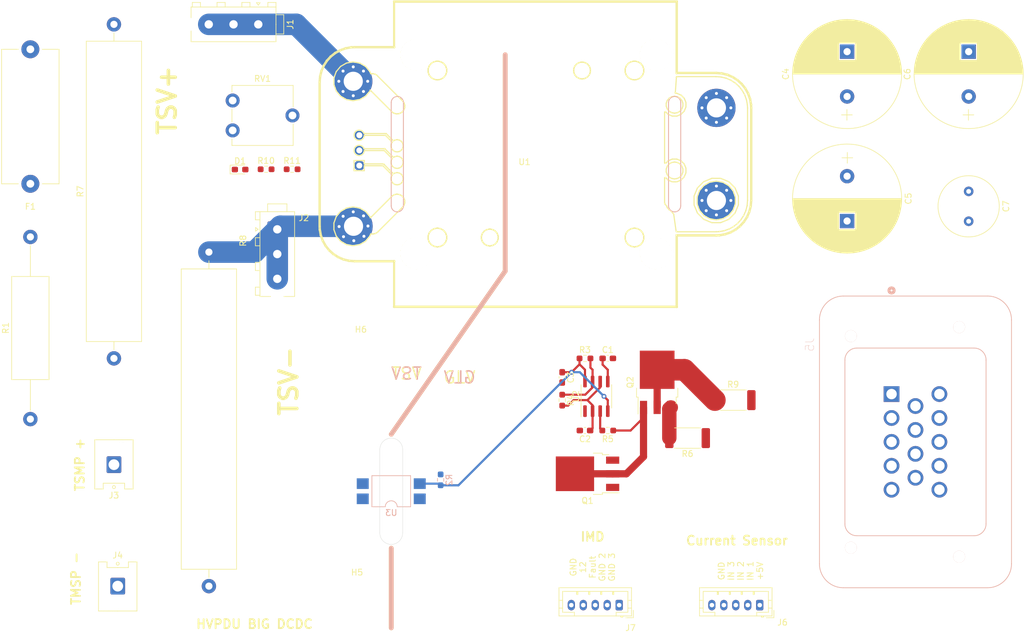
<source format=kicad_pcb>
(kicad_pcb (version 20171130) (host pcbnew "(5.1.9)-1")
  (layers (0 F.Cu signal) (31 B.Cu signal) (34 B.Paste user) (35 F.Paste user) (36 B.SilkS user) (37 F.SilkS user) (38 B.Mask user) (39 F.Mask user) (44 Edge.Cuts user))
  (net 0 "")
  (net 1 GND)
  (net 2 "Net-(C1-Pad1)")
  (net 3 /TSAL_on_HVPDU/pass)
  (net 4 VCC)
  (net 5 /TSV-)
  (net 6 /TSV+)
  (net 7 /+DCDC_OUT)
  (net 8 /TSAL_TSV+)
  (net 9 /TSV+_TSMP)
  (net 10 /TSV-_TSMP)
  (net 11 /GND_Electric)
  (net 12 /GND_Chassis)
  (net 13 GNDREF)
  (net 14 /INPUT2)
  (net 15 /INPUT1)
  (net 16 +5V)
  (net 17 /Fault_IND)
  (net 18 +12V)
  (net 19 "Net-(Q1-Pad2)")
  (net 20 "Net-(Q1-Pad1)")
  (net 21 "Net-(R1-Pad1)")
  (net 22 "Net-(R3-Pad2)")
  (net 23 /TSAL_on_HVPDU/555_OUT)
  (net 24 "Net-(Q2-Pad2)")
  (net 25 "Net-(D1-Pad2)")
  (net 26 "Net-(D1-Pad1)")
  (net 27 /Input3)
  (net 28 /FT)
  (net 29 /TR)
  (module AERO_CUSTOM:Fuseholder_Cylinder-5x20mm_Schurter_0031_8201_Horizontal_Open_3d (layer F.Cu) (at 69.85 46.99 90)
    (fp_text reference F1 (at -3.81 0) (layer F.SilkS))
    (fp_text value 0ADK-2.5A)
    (pad 1 thru_hole circle (at 0 0 90) (size 3 3) (drill 1.3) (layers *.Cu *.Mask) (net 8 /TSAL_TSV+))
    (pad 2 thru_hole circle (at 22.5 0 90) (size 3 3) (drill 1.3) (layers *.Cu *.Mask) (net 6 /TSV+))
    (pad "" np_thru_hole circle (at 11.25 0 90) (size 2.7 2.7) (drill 2.7) (layers *.Cu *.Mask))
  )
  (module AERO_CUSTOM:vicor-socket (layer F.Cu) (at 123.825 29.845)
    (fp_text reference U1 (at 28.63088 13.4921) (layer F.SilkS))
    (fp_text value Vicor_AERO)
    (pad 8 thru_hole circle (at 62.412249 18.232751 315) (size 0.8 0.8) (drill 0.5) (layers *.Cu *.Mask) (net 7 /+DCDC_OUT))
    (pad 8 thru_hole circle (at 63.119 19.939 270) (size 0.8 0.8) (drill 0.5) (layers *.Cu *.Mask) (net 7 /+DCDC_OUT))
    (pad 8 thru_hole circle (at 62.412249 21.645249 225) (size 0.8 0.8) (drill 0.5) (layers *.Cu *.Mask) (net 7 /+DCDC_OUT))
    (pad 8 thru_hole circle (at 60.706 22.352 180) (size 0.8 0.8) (drill 0.5) (layers *.Cu *.Mask) (net 7 /+DCDC_OUT))
    (pad 8 thru_hole circle (at 58.999751 21.645249 135) (size 0.8 0.8) (drill 0.5) (layers *.Cu *.Mask) (net 7 /+DCDC_OUT))
    (pad 8 thru_hole circle (at 58.293 19.939 90) (size 0.8 0.8) (drill 0.5) (layers *.Cu *.Mask) (net 7 /+DCDC_OUT))
    (pad 8 thru_hole circle (at 58.999751 18.232751 45) (size 0.8 0.8) (drill 0.5) (layers *.Cu *.Mask) (net 7 /+DCDC_OUT))
    (pad 8 thru_hole circle (at 60.706 17.526) (size 0.8 0.8) (drill 0.5) (layers *.Cu *.Mask) (net 7 /+DCDC_OUT))
    (pad 9 thru_hole circle (at 62.412249 2.738751 315) (size 0.8 0.8) (drill 0.5) (layers *.Cu *.Mask) (net 1 GND))
    (pad 9 thru_hole circle (at 63.119 4.445 270) (size 0.8 0.8) (drill 0.5) (layers *.Cu *.Mask) (net 1 GND))
    (pad 9 thru_hole circle (at 62.412249 6.151249 225) (size 0.8 0.8) (drill 0.5) (layers *.Cu *.Mask) (net 1 GND))
    (pad 9 thru_hole circle (at 60.706 6.858 180) (size 0.8 0.8) (drill 0.5) (layers *.Cu *.Mask) (net 1 GND))
    (pad 9 thru_hole circle (at 58.999751 6.151249 135) (size 0.8 0.8) (drill 0.5) (layers *.Cu *.Mask) (net 1 GND))
    (pad 9 thru_hole circle (at 58.293 4.445 90) (size 0.8 0.8) (drill 0.5) (layers *.Cu *.Mask) (net 1 GND))
    (pad 9 thru_hole circle (at 58.999751 2.738751 45) (size 0.8 0.8) (drill 0.5) (layers *.Cu *.Mask) (net 1 GND))
    (pad 9 thru_hole circle (at 60.706 2.032) (size 0.8 0.8) (drill 0.5) (layers *.Cu *.Mask) (net 1 GND))
    (pad 5 thru_hole circle (at 1.71964 22.518422 315) (size 0.8 0.8) (drill 0.5) (layers *.Cu *.Mask) (net 5 /TSV-))
    (pad 5 thru_hole circle (at 2.45872 24.21128 270) (size 0.8 0.8) (drill 0.5) (layers *.Cu *.Mask) (net 5 /TSV-))
    (pad 5 thru_hole circle (at 1.784298 25.93092 225) (size 0.8 0.8) (drill 0.5) (layers *.Cu *.Mask) (net 5 /TSV-))
    (pad 5 thru_hole circle (at 0.09144 26.67 180) (size 0.8 0.8) (drill 0.5) (layers *.Cu *.Mask) (net 5 /TSV-))
    (pad 5 thru_hole circle (at -1.6282 25.995578 135) (size 0.8 0.8) (drill 0.5) (layers *.Cu *.Mask) (net 5 /TSV-))
    (pad 5 thru_hole circle (at -2.36728 24.30272 90) (size 0.8 0.8) (drill 0.5) (layers *.Cu *.Mask) (net 5 /TSV-))
    (pad 5 thru_hole circle (at -1.692858 22.58308 45) (size 0.8 0.8) (drill 0.5) (layers *.Cu *.Mask) (net 5 /TSV-))
    (pad 5 thru_hole circle (at 0 21.844) (size 0.8 0.8) (drill 0.5) (layers *.Cu *.Mask) (net 5 /TSV-))
    (pad 1 thru_hole circle (at 1.706249 -1.706249 315) (size 0.8 0.8) (drill 0.5) (layers *.Cu *.Mask) (net 6 /TSV+))
    (pad 1 thru_hole circle (at 2.413 0 270) (size 0.8 0.8) (drill 0.5) (layers *.Cu *.Mask) (net 6 /TSV+))
    (pad 1 thru_hole circle (at 1.706249 1.706249 225) (size 0.8 0.8) (drill 0.5) (layers *.Cu *.Mask) (net 6 /TSV+))
    (pad 1 thru_hole circle (at 0 2.413 180) (size 0.8 0.8) (drill 0.5) (layers *.Cu *.Mask) (net 6 /TSV+))
    (pad 1 thru_hole circle (at -1.706249 1.706249 135) (size 0.8 0.8) (drill 0.5) (layers *.Cu *.Mask) (net 6 /TSV+))
    (pad 1 thru_hole circle (at -2.413 0 90) (size 0.8 0.8) (drill 0.5) (layers *.Cu *.Mask) (net 6 /TSV+))
    (pad 1 thru_hole circle (at -1.706249 -1.706249 45) (size 0.8 0.8) (drill 0.5) (layers *.Cu *.Mask) (net 6 /TSV+))
    (pad 1 thru_hole circle (at 0 -2.413) (size 0.8 0.8) (drill 0.5) (layers *.Cu *.Mask) (net 6 /TSV+))
    (pad "" np_thru_hole circle (at 50.551 -4.434999) (size 5.334 5.334) (drill 5.334) (layers *.Cu *.Mask))
    (pad "" np_thru_hole circle (at 50.551 28.765001) (size 5.334 5.334) (drill 5.334) (layers *.Cu *.Mask))
    (pad "" np_thru_hole circle (at 10.551 28.765001) (size 5.334 5.334) (drill 5.334) (layers *.Cu *.Mask))
    (pad "" np_thru_hole circle (at 10.551 -4.434999) (size 5.334 5.334) (drill 5.334) (layers *.Cu *.Mask))
    (pad 4 thru_hole circle (at 1.016 14.097) (size 1.699848 1.699848) (drill 1) (layers *.Cu *.Mask) (net 28 /FT))
    (pad 3 thru_hole circle (at 1.016 11.557) (size 1.699848 1.699848) (drill 1) (layers *.Cu *.Mask))
    (pad 2 thru_hole circle (at 1.016 9.017) (size 1.699848 1.699848) (drill 1) (layers *.Cu *.Mask) (net 29 /TR))
    (pad 9 thru_hole circle (at 60.706 4.445) (size 6.4 6.4) (drill 3.2) (layers *.Cu *.Mask) (net 1 GND))
    (pad 8 thru_hole circle (at 60.706 19.939) (size 6.4 6.4) (drill 3.2) (layers *.Cu *.Mask) (net 7 /+DCDC_OUT))
    (pad 5 thru_hole circle (at 0.04572 24.257) (size 6.4 6.4) (drill 3.2) (layers *.Cu *.Mask) (net 5 /TSV-))
    (pad 1 thru_hole circle (at 0 0) (size 6.4 6.4) (drill 3.2) (layers *.Cu *.Mask) (net 6 /TSV+))
  )
  (module Potentiometer_THT:Potentiometer_ACP_CA9-V10_Vertical (layer F.Cu) (at 103.665 38.06)
    (fp_text reference RV1 (at 5 -8.65) (layer F.SilkS))
    (fp_text value R_POT_TRIM)
    (pad 1 thru_hole circle (at 0 0) (size 2.34 2.34) (drill 1.3) (layers *.Cu *.Mask) (net 18 +12V))
    (pad 2 thru_hole circle (at 10 -2.5) (size 2.34 2.34) (drill 1.3) (layers *.Cu *.Mask) (net 29 /TR))
    (pad 3 thru_hole circle (at 0 -5) (size 2.34 2.34) (drill 1.3) (layers *.Cu *.Mask))
  )
  (module Resistor_SMD:R_0603_1608Metric_Pad0.98x0.95mm_HandSolder (layer F.Cu) (at 113.605 44.565)
    (fp_text reference R11 (at 0 -1.43) (layer F.SilkS))
    (fp_text value R)
    (pad 2 smd roundrect (at 0.9125 0) (size 0.975 0.95) (layers F.Cu F.Paste F.Mask) (net 28 /FT))
    (pad 1 smd roundrect (at -0.9125 0) (size 0.975 0.95) (layers F.Cu F.Paste F.Mask) (net 25 "Net-(D1-Pad2)"))
  )
  (module Resistor_SMD:R_0603_1608Metric_Pad0.98x0.95mm_HandSolder (layer F.Cu) (at 109.255 44.565)
    (fp_text reference R10 (at 0 -1.43) (layer F.SilkS))
    (fp_text value R)
    (pad 2 smd roundrect (at 0.9125 0) (size 0.975 0.95) (layers F.Cu F.Paste F.Mask) (net 25 "Net-(D1-Pad2)"))
    (pad 1 smd roundrect (at -0.9125 0) (size 0.975 0.95) (layers F.Cu F.Paste F.Mask) (net 26 "Net-(D1-Pad1)"))
  )
  (module LED_SMD:LED_0603_1608Metric_Pad1.05x0.95mm_HandSolder (layer F.Cu) (at 104.91 44.605)
    (fp_text reference D1 (at 0 -1.43) (layer F.SilkS))
    (fp_text value LED)
    (pad 2 smd roundrect (at 0.875 0) (size 1.05 0.95) (layers F.Cu F.Paste F.Mask) (net 25 "Net-(D1-Pad2)"))
    (pad 1 smd roundrect (at -0.875 0) (size 1.05 0.95) (layers F.Cu F.Paste F.Mask) (net 26 "Net-(D1-Pad1)"))
  )
  (module Capacitor_THT:C_Radial_D10.0mm_H12.5mm_P5.00mm (layer F.Cu) (at 226.695 48.26 270)
    (fp_text reference C7 (at 2.5 -6.25 90) (layer F.SilkS))
    (fp_text value "0.1uF 50v")
    (pad 2 thru_hole circle (at 5 0 270) (size 1.6 1.6) (drill 0.8) (layers *.Cu *.Mask) (net 1 GND))
    (pad 1 thru_hole circle (at 0 0 270) (size 1.6 1.6) (drill 0.8) (layers *.Cu *.Mask) (net 7 /+DCDC_OUT))
  )
  (module AERO_CUSTOM:CAP_18x25_NICH (layer F.Cu) (at 226.695 32.385 90)
    (fp_text reference C6 (at 3.75 -10.25 90) (layer F.SilkS))
    (fp_text value "47uF 25V")
    (pad 2 thru_hole rect (at 7.5 0 90) (size 2.4 2.4) (drill 1.2) (layers *.Cu *.Mask) (net 1 GND))
    (pad 1 thru_hole circle (at 0 0 90) (size 2.4 2.4) (drill 1.2) (layers *.Cu *.Mask) (net 7 /+DCDC_OUT))
  )
  (module AERO_CUSTOM:CAP_18x25_NICH (layer F.Cu) (at 206.375 45.72 270)
    (fp_text reference C5 (at 3.75 -10.25 90) (layer F.SilkS))
    (fp_text value "330uF 25V")
    (pad 2 thru_hole rect (at 7.5 0 270) (size 2.4 2.4) (drill 1.2) (layers *.Cu *.Mask) (net 1 GND))
    (pad 1 thru_hole circle (at 0 0 270) (size 2.4 2.4) (drill 1.2) (layers *.Cu *.Mask) (net 7 /+DCDC_OUT))
  )
  (module AERO_CUSTOM:CAP_18x25_NICH (layer F.Cu) (at 206.375 32.385 90)
    (fp_text reference C4 (at 3.75 -10.25 90) (layer F.SilkS))
    (fp_text value "330uF 25V")
    (pad 2 thru_hole rect (at 7.5 0 90) (size 2.4 2.4) (drill 1.2) (layers *.Cu *.Mask) (net 1 GND))
    (pad 1 thru_hole circle (at 0 0 90) (size 2.4 2.4) (drill 1.2) (layers *.Cu *.Mask) (net 7 /+DCDC_OUT))
  )
  (module Resistor_SMD:R_2512_6332Metric_Pad1.40x3.35mm_HandSolder (layer F.Cu) (at 187.325 83.185)
    (fp_text reference R9 (at 0 -2.62) (layer F.SilkS))
    (fp_text value 1.0)
    (pad 2 smd roundrect (at 3.05 0) (size 1.4 3.35) (layers F.Cu F.Paste F.Mask) (roundrect_rratio 0.178571))
    (pad 1 smd roundrect (at -3.05 0) (size 1.4 3.35) (layers F.Cu F.Paste F.Mask) (roundrect_rratio 0.178571) (net 24 "Net-(Q2-Pad2)"))
  )
  (module AERO_CUSTOM:TE_1-776262-1_14pin_Vertical (layer B.Cu) (at 217.805 90.17 270)
    (fp_text reference J5 (at -16.2708 17.6691 90) (layer B.SilkS) (effects (font (size 1.40128 1.40128) (thickness 0.05)) (justify mirror)))
    (fp_text value Conn_01x14 hide)
    (pad Hole np_thru_hole circle (at 19.2 -7.3 270) (size 2 2) (drill 2) (layers *.Cu *.Mask B.SilkS))
    (pad Hole np_thru_hole circle (at -19.2 -7.3 270) (size 2 2) (drill 2) (layers *.Cu *.Mask B.SilkS))
    (pad Hole np_thru_hole circle (at 17.7 10.8 270) (size 2 2) (drill 2) (layers *.Cu *.Mask B.SilkS))
    (pad Hole np_thru_hole circle (at -17.7 10.8 270) (size 2 2) (drill 2) (layers *.Cu *.Mask B.SilkS))
    (pad 14 thru_hole circle (at 8 -4 270) (size 2.625 2.625) (drill 1.75) (layers *.Cu *.Mask) (net 1 GND))
    (pad 13 thru_hole circle (at 4 -4 270) (size 2.625 2.625) (drill 1.75) (layers *.Cu *.Mask) (net 1 GND))
    (pad 12 thru_hole circle (at 0 -4 270) (size 2.625 2.625) (drill 1.75) (layers *.Cu *.Mask) (net 11 /GND_Electric))
    (pad 11 thru_hole circle (at -4 -4 270) (size 2.625 2.625) (drill 1.75) (layers *.Cu *.Mask) (net 12 /GND_Chassis))
    (pad 10 thru_hole circle (at -8 -4 270) (size 2.625 2.625) (drill 1.75) (layers *.Cu *.Mask) (net 7 /+DCDC_OUT))
    (pad 9 thru_hole circle (at 6 0 270) (size 2.625 2.625) (drill 1.75) (layers *.Cu *.Mask) (net 7 /+DCDC_OUT))
    (pad 8 thru_hole circle (at 2 0 270) (size 2.625 2.625) (drill 1.75) (layers *.Cu *.Mask) (net 13 GNDREF))
    (pad 7 thru_hole circle (at -2 0 270) (size 2.625 2.625) (drill 1.75) (layers *.Cu *.Mask) (net 27 /Input3))
    (pad 6 thru_hole circle (at -6 0 270) (size 2.625 2.625) (drill 1.75) (layers *.Cu *.Mask) (net 14 /INPUT2))
    (pad 5 thru_hole circle (at 8 4 270) (size 2.625 2.625) (drill 1.75) (layers *.Cu *.Mask) (net 15 /INPUT1))
    (pad 4 thru_hole circle (at 4 4 270) (size 2.625 2.625) (drill 1.75) (layers *.Cu *.Mask) (net 16 +5V))
    (pad 3 thru_hole circle (at 0 4 270) (size 2.625 2.625) (drill 1.75) (layers *.Cu *.Mask) (net 17 /Fault_IND))
    (pad 2 thru_hole circle (at -4 4 270) (size 2.625 2.625) (drill 1.75) (layers *.Cu *.Mask) (net 18 +12V))
    (pad 1 thru_hole rect (at -8 4 270) (size 2.625 2.625) (drill 1.75) (layers *.Cu *.Mask) (net 18 +12V))
  )
  (module Package_DIP:SMDIP-4_W9.53mm (layer B.Cu) (at 130.175 98.425)
    (fp_text reference U3 (at 0 3.6) (layer B.SilkS) (effects (justify mirror)))
    (fp_text value LTV-817S)
    (pad 4 smd rect (at 4.765 1.27) (size 2 1.78) (layers B.Cu B.Paste B.Mask) (net 7 /+DCDC_OUT))
    (pad 2 smd rect (at -4.765 -1.27) (size 2 1.78) (layers B.Cu B.Paste B.Mask) (net 5 /TSV-))
    (pad 3 smd rect (at 4.765 -1.27) (size 2 1.78) (layers B.Cu B.Paste B.Mask) (net 4 VCC))
    (pad 1 smd rect (at -4.765 1.27) (size 2 1.78) (layers B.Cu B.Paste B.Mask) (net 21 "Net-(R1-Pad1)"))
  )
  (module Package_SO:SOIC-8_3.9x4.9mm_P1.27mm (layer F.Cu) (at 164.465 82.55 90)
    (fp_text reference U2 (at 0 -3.4 90) (layer F.SilkS))
    (fp_text value LM555)
    (pad 8 smd roundrect (at 2.475 -1.905 90) (size 1.95 0.6) (layers F.Cu F.Paste F.Mask) (net 4 VCC))
    (pad 7 smd roundrect (at 2.475 -0.635 90) (size 1.95 0.6) (layers F.Cu F.Paste F.Mask) (net 22 "Net-(R3-Pad2)"))
    (pad 6 smd roundrect (at 2.475 0.635 90) (size 1.95 0.6) (layers F.Cu F.Paste F.Mask) (net 3 /TSAL_on_HVPDU/pass))
    (pad 5 smd roundrect (at 2.475 1.905 90) (size 1.95 0.6) (layers F.Cu F.Paste F.Mask) (net 2 "Net-(C1-Pad1)"))
    (pad 4 smd roundrect (at -2.475 1.905 90) (size 1.95 0.6) (layers F.Cu F.Paste F.Mask) (net 4 VCC))
    (pad 3 smd roundrect (at -2.475 0.635 90) (size 1.95 0.6) (layers F.Cu F.Paste F.Mask) (net 23 /TSAL_on_HVPDU/555_OUT))
    (pad 2 smd roundrect (at -2.475 -0.635 90) (size 1.95 0.6) (layers F.Cu F.Paste F.Mask) (net 3 /TSAL_on_HVPDU/pass))
    (pad 1 smd roundrect (at -2.475 -1.905 90) (size 1.95 0.6) (layers F.Cu F.Paste F.Mask) (net 1 GND))
  )
  (module Resistor_THT:R_Axial_Power_L50.0mm_W9.0mm_P55.88mm (layer F.Cu) (at 99.695 114.3 90)
    (fp_text reference R8 (at 57.785 5.715 90) (layer F.SilkS))
    (fp_text value 10k)
    (pad 2 thru_hole oval (at 55.88 0 90) (size 2.4 2.4) (drill 1.2) (layers *.Cu *.Mask) (net 5 /TSV-))
    (pad 1 thru_hole circle (at 0 0 90) (size 2.4 2.4) (drill 1.2) (layers *.Cu *.Mask) (net 10 /TSV-_TSMP))
  )
  (module Resistor_THT:R_Axial_Power_L50.0mm_W9.0mm_P55.88mm (layer F.Cu) (at 83.82 76.2 90)
    (fp_text reference R7 (at 27.94 -5.62 90) (layer F.SilkS))
    (fp_text value 10k)
    (pad 2 thru_hole oval (at 55.88 0 90) (size 2.4 2.4) (drill 1.2) (layers *.Cu *.Mask) (net 6 /TSV+))
    (pad 1 thru_hole circle (at 0 0 90) (size 2.4 2.4) (drill 1.2) (layers *.Cu *.Mask) (net 9 /TSV+_TSMP))
  )
  (module Resistor_SMD:R_2512_6332Metric_Pad1.40x3.35mm_HandSolder (layer F.Cu) (at 179.705 89.535 180)
    (fp_text reference R6 (at 0 -2.62) (layer F.SilkS))
    (fp_text value 0.75)
    (pad 2 smd roundrect (at 3.05 0 180) (size 1.4 3.35) (layers F.Cu F.Paste F.Mask) (roundrect_rratio 0.178571) (net 20 "Net-(Q1-Pad1)"))
    (pad 1 smd roundrect (at -3.05 0 180) (size 1.4 3.35) (layers F.Cu F.Paste F.Mask) (roundrect_rratio 0.178571) (net 1 GND))
  )
  (module Resistor_SMD:R_0603_1608Metric_Pad0.98x0.95mm_HandSolder (layer F.Cu) (at 166.37 88.265 180)
    (fp_text reference R5 (at 0 -1.43) (layer F.SilkS))
    (fp_text value 10k)
    (pad 2 smd roundrect (at 0.9125 0 180) (size 0.975 0.95) (layers F.Cu F.Paste F.Mask) (net 23 /TSAL_on_HVPDU/555_OUT))
    (pad 1 smd roundrect (at -0.9125 0 180) (size 0.975 0.95) (layers F.Cu F.Paste F.Mask) (net 19 "Net-(Q1-Pad2)"))
  )
  (module Resistor_SMD:R_0603_1608Metric_Pad0.98x0.95mm_HandSolder (layer F.Cu) (at 158.75 83.185 270)
    (fp_text reference R4 (at 0 -1.43 90) (layer F.SilkS))
    (fp_text value 235k)
    (pad 2 smd roundrect (at 0.9125 0 270) (size 0.975 0.95) (layers F.Cu F.Paste F.Mask) (net 3 /TSAL_on_HVPDU/pass))
    (pad 1 smd roundrect (at -0.9125 0 270) (size 0.975 0.95) (layers F.Cu F.Paste F.Mask) (net 22 "Net-(R3-Pad2)"))
  )
  (module Resistor_SMD:R_0603_1608Metric_Pad0.98x0.95mm_HandSolder (layer F.Cu) (at 162.56 76.2)
    (fp_text reference R3 (at 0 -1.43) (layer F.SilkS))
    (fp_text value 100k)
    (pad 2 smd roundrect (at 0.9125 0) (size 0.975 0.95) (layers F.Cu F.Paste F.Mask) (net 22 "Net-(R3-Pad2)"))
    (pad 1 smd roundrect (at -0.9125 0) (size 0.975 0.95) (layers F.Cu F.Paste F.Mask) (net 4 VCC))
  )
  (module Resistor_SMD:R_0603_1608Metric_Pad0.98x0.95mm_HandSolder (layer B.Cu) (at 138.43 96.52 90)
    (fp_text reference R2 (at 0 1.43 90) (layer B.SilkS) (effects (justify mirror)))
    (fp_text value 10k)
    (pad 2 smd roundrect (at 0.9125 0 90) (size 0.975 0.95) (layers B.Cu B.Paste B.Mask) (net 1 GND))
    (pad 1 smd roundrect (at -0.9125 0 90) (size 0.975 0.95) (layers B.Cu B.Paste B.Mask) (net 4 VCC))
  )
  (module Resistor_THT:R_Axial_DIN0617_L17.0mm_D6.0mm_P30.48mm_Horizontal (layer F.Cu) (at 69.85 86.36 90)
    (fp_text reference R1 (at 15.24 -4.12 90) (layer F.SilkS))
    (fp_text value 39k)
    (pad 2 thru_hole oval (at 30.48 0 90) (size 2.4 2.4) (drill 1.2) (layers *.Cu *.Mask) (net 8 /TSAL_TSV+))
    (pad 1 thru_hole circle (at 0 0 90) (size 2.4 2.4) (drill 1.2) (layers *.Cu *.Mask) (net 21 "Net-(R1-Pad1)"))
  )
  (module Package_TO_SOT_SMD:TO-252-3_TabPin2 (layer F.Cu) (at 174.625 80.205 90)
    (fp_text reference Q2 (at 0 -4.5 90) (layer F.SilkS))
    (fp_text value 040N03LG)
    (pad 2 smd rect (at 2.1 0 90) (size 6.4 5.8) (layers F.Cu F.Mask) (net 24 "Net-(Q2-Pad2)"))
    (pad 3 smd rect (at -4.2 2.28 90) (size 2.2 1.2) (layers F.Cu F.Paste F.Mask) (net 20 "Net-(Q1-Pad1)"))
    (pad 2 smd rect (at -4.2 0 90) (size 2.2 1.2) (layers F.Cu F.Paste F.Mask) (net 24 "Net-(Q2-Pad2)"))
    (pad 1 smd rect (at -4.2 -2.28 90) (size 2.2 1.2) (layers F.Cu F.Paste F.Mask) (net 19 "Net-(Q1-Pad2)"))
  )
  (module Package_TO_SOT_SMD:TO-252-3_TabPin2 (layer F.Cu) (at 162.985 95.505 180)
    (fp_text reference Q1 (at 0 -4.5) (layer F.SilkS))
    (fp_text value 040N03LG)
    (pad 2 smd rect (at 2.1 0 180) (size 6.4 5.8) (layers F.Cu F.Mask) (net 19 "Net-(Q1-Pad2)"))
    (pad 3 smd rect (at -4.2 2.28 180) (size 2.2 1.2) (layers F.Cu F.Paste F.Mask) (net 1 GND))
    (pad 2 smd rect (at -4.2 0 180) (size 2.2 1.2) (layers F.Cu F.Paste F.Mask) (net 19 "Net-(Q1-Pad2)"))
    (pad 1 smd rect (at -4.2 -2.28 180) (size 2.2 1.2) (layers F.Cu F.Paste F.Mask) (net 20 "Net-(Q1-Pad1)"))
  )
  (module Connector_JST:JST_PH_B5B-PH-K_1x05_P2.00mm_Vertical (layer F.Cu) (at 168.275 117.475 180)
    (fp_text reference J7 (at -1.905 -3.81) (layer F.SilkS))
    (fp_text value Conn_01x05)
    (pad 5 thru_hole oval (at 8 0 180) (size 1.2 1.75) (drill 0.75) (layers *.Cu *.Mask) (net 17 /Fault_IND))
    (pad 4 thru_hole oval (at 6 0 180) (size 1.2 1.75) (drill 0.75) (layers *.Cu *.Mask) (net 12 /GND_Chassis))
    (pad 3 thru_hole oval (at 4 0 180) (size 1.2 1.75) (drill 0.75) (layers *.Cu *.Mask) (net 1 GND))
    (pad 2 thru_hole oval (at 2 0 180) (size 1.2 1.75) (drill 0.75) (layers *.Cu *.Mask) (net 18 +12V))
    (pad 1 thru_hole roundrect (at 0 0 180) (size 1.2 1.75) (drill 0.75) (layers *.Cu *.Mask) (roundrect_rratio 0.208333) (net 11 /GND_Electric))
  )
  (module Connector_JST:JST_PH_B5B-PH-K_1x05_P2.00mm_Vertical (layer F.Cu) (at 191.77 117.475 180)
    (fp_text reference J6 (at -3.81 -2.9) (layer F.SilkS))
    (fp_text value Conn_01x05)
    (pad 5 thru_hole oval (at 8 0 180) (size 1.2 1.75) (drill 0.75) (layers *.Cu *.Mask) (net 13 GNDREF))
    (pad 4 thru_hole oval (at 6 0 180) (size 1.2 1.75) (drill 0.75) (layers *.Cu *.Mask) (net 27 /Input3))
    (pad 3 thru_hole oval (at 4 0 180) (size 1.2 1.75) (drill 0.75) (layers *.Cu *.Mask) (net 14 /INPUT2))
    (pad 2 thru_hole oval (at 2 0 180) (size 1.2 1.75) (drill 0.75) (layers *.Cu *.Mask) (net 15 /INPUT1))
    (pad 1 thru_hole roundrect (at 0 0 180) (size 1.2 1.75) (drill 0.75) (layers *.Cu *.Mask) (roundrect_rratio 0.208333) (net 16 +5V))
  )
  (module Connector_Hirose:Hirose_DF63M-1P-3.96DSA_1x01_P3.96mm_Vertical (layer F.Cu) (at 84.455 114.3)
    (fp_text reference J4 (at 0 -5.15) (layer F.SilkS))
    (fp_text value DF22)
    (pad "" np_thru_hole circle (at -1.5 3.25) (size 1.6 1.6) (drill 1.6) (layers *.Cu *.Mask))
    (pad 1 thru_hole roundrect (at 0 0) (size 2.46 2.8) (drill 1.8) (layers *.Cu *.Mask) (roundrect_rratio 0.101626) (net 10 /TSV-_TSMP))
  )
  (module Connector_Hirose:Hirose_DF63M-1P-3.96DSA_1x01_P3.96mm_Vertical (layer F.Cu) (at 83.82 93.98 180)
    (fp_text reference J3 (at 0 -5.15) (layer F.SilkS))
    (fp_text value DF22)
    (pad "" np_thru_hole circle (at -1.5 3.25 180) (size 1.6 1.6) (drill 1.6) (layers *.Cu *.Mask))
    (pad 1 thru_hole roundrect (at 0 0 180) (size 2.46 2.8) (drill 1.8) (layers *.Cu *.Mask) (roundrect_rratio 0.101626) (net 9 /TSV+_TSMP))
  )
  (module Connector_TE-Connectivity:TE_MATE-N-LOK_1-770870-x_1x03_P4.14mm_Vertical (layer F.Cu) (at 111.125 54.61)
    (fp_text reference J2 (at 4.445 -1.905) (layer F.SilkS))
    (fp_text value TE_Connector)
    (pad "" np_thru_hole circle (at 0 12.72) (size 3.18 3.18) (drill 3.18) (layers *.Cu *.Mask))
    (pad 3 thru_hole oval (at 0 8.28) (size 3.3 2.64) (drill 1.4) (layers *.Cu *.Mask) (net 5 /TSV-))
    (pad 2 thru_hole oval (at 0 4.14) (size 3.3 2.64) (drill 1.4) (layers *.Cu *.Mask) (net 5 /TSV-))
    (pad 1 thru_hole roundrect (at 0 0) (size 3.3 2.64) (drill 1.4) (layers *.Cu *.Mask) (roundrect_rratio 0.094697) (net 5 /TSV-))
  )
  (module Connector_TE-Connectivity:TE_MATE-N-LOK_1-770870-x_1x03_P4.14mm_Vertical (layer F.Cu) (at 107.95 20.32 270)
    (fp_text reference J1 (at 0 -5.34 90) (layer F.SilkS))
    (fp_text value TE_Connector)
    (pad "" np_thru_hole circle (at 0 12.72 270) (size 3.18 3.18) (drill 3.18) (layers *.Cu *.Mask))
    (pad 3 thru_hole oval (at 0 8.28 270) (size 3.3 2.64) (drill 1.4) (layers *.Cu *.Mask) (net 6 /TSV+))
    (pad 2 thru_hole oval (at 0 4.14 270) (size 3.3 2.64) (drill 1.4) (layers *.Cu *.Mask) (net 6 /TSV+))
    (pad 1 thru_hole roundrect (at 0 0 270) (size 3.3 2.64) (drill 1.4) (layers *.Cu *.Mask) (roundrect_rratio 0.094697) (net 6 /TSV+))
  )
  (module MountingHole:MountingHole_3.2mm_M3 (layer F.Cu) (at 125.095 75.565)
    (fp_text reference H6 (at 0 -4.2) (layer F.SilkS))
    (fp_text value M3)
    (pad 1 np_thru_hole circle (at 0 0) (size 3.2 3.2) (drill 3.2) (layers *.Cu *.Mask))
  )
  (module MountingHole:MountingHole_3.2mm_M3 (layer F.Cu) (at 124.46 116.205)
    (fp_text reference H5 (at 0 -4.2) (layer F.SilkS))
    (fp_text value M3)
    (pad 1 np_thru_hole circle (at 0 0) (size 3.2 3.2) (drill 3.2) (layers *.Cu *.Mask))
  )
  (module Capacitor_SMD:C_0603_1608Metric_Pad1.08x0.95mm_HandSolder (layer F.Cu) (at 158.75 79.375 270)
    (fp_text reference C3 (at 0 -1.43 90) (layer F.SilkS))
    (fp_text value 0.1u)
    (pad 2 smd roundrect (at 0.8625 0 270) (size 1.075 0.95) (layers F.Cu F.Paste F.Mask) (net 1 GND))
    (pad 1 smd roundrect (at -0.8625 0 270) (size 1.075 0.95) (layers F.Cu F.Paste F.Mask) (net 4 VCC))
  )
  (module Capacitor_SMD:C_0603_1608Metric_Pad1.08x0.95mm_HandSolder (layer F.Cu) (at 162.56 88.265 180)
    (fp_text reference C2 (at 0 -1.43) (layer F.SilkS))
    (fp_text value 1u)
    (pad 2 smd roundrect (at 0.8625 0 180) (size 1.075 0.95) (layers F.Cu F.Paste F.Mask) (net 1 GND))
    (pad 1 smd roundrect (at -0.8625 0 180) (size 1.075 0.95) (layers F.Cu F.Paste F.Mask) (net 3 /TSAL_on_HVPDU/pass))
  )
  (module Capacitor_SMD:C_0603_1608Metric_Pad1.08x0.95mm_HandSolder (layer F.Cu) (at 166.37 76.2)
    (fp_text reference C1 (at 0 -1.43) (layer F.SilkS))
    (fp_text value 0.1u)
    (pad 2 smd roundrect (at 0.8625 0) (size 1.075 0.95) (layers F.Cu F.Paste F.Mask) (net 1 GND))
    (pad 1 smd roundrect (at -0.8625 0) (size 1.075 0.95) (layers F.Cu F.Paste F.Mask) (net 2 "Net-(C1-Pad1)"))
  )
  (gr_text "GND\nIN 3\nIN 2\nIN 1\n+5V" (at 188.595 111.76 90) (layer F.SilkS) (effects (font (size 1 1))))
  (gr_text "GND\n12\nFault\nGND 2\nGND 3" (at 163.83 111.125 90) (layer F.SilkS) (effects (font (size 1 1))))
  (gr_text "Current Sensor" (at 187.96 106.68) (layer F.SilkS) (effects (font (size 1.5 1.5) (thickness 0.3))))
  (gr_text IMD (at 163.83 106.045) (layer F.SilkS) (effects (font (size 1.5 1.5) (thickness 0.3))))
  (gr_text "TMSP -" (at 77.47 113.03 90) (layer F.SilkS) (effects (font (size 1.5 1.5) (thickness 0.3))))
  (gr_text "TSMP +" (at 78.105 93.98 90) (layer F.SilkS) (effects (font (size 1.5 1.5) (thickness 0.3))))
  (gr_text "HVPDU BIG DCDC" (at 107.315 120.65) (layer F.SilkS) (effects (font (size 1.5 1.5) (thickness 0.3))))
  (gr_line (start 130.175 107.95) (end 130.175 121.285) (layer B.SilkS) (width 0.8))
  (gr_line (start 149.225 25.4) (end 149.225 61.595) (layer B.SilkS) (width 0.8))
  (gr_line (start 130.175 88.9) (end 149.225 61.595) (layer B.SilkS) (width 0.8))
  (gr_text GLV (at 141.605 79.375) (layer B.SilkS) (effects (font (size 2 2) (thickness 0.25)) (justify mirror)))
  (gr_text TSV (at 132.715 78.74) (layer B.SilkS) (effects (font (size 2 2) (thickness 0.25)) (justify mirror)))
  (gr_text GLV (at 141.605 79.375) (layer F.SilkS) (effects (font (size 2 2) (thickness 0.25))))
  (gr_text TSV (at 132.715 78.74) (layer F.SilkS) (effects (font (size 2 2) (thickness 0.25))))
  (gr_line (start 149.225 61.595) (end 149.225 25.4) (layer F.SilkS) (width 0.8))
  (gr_line (start 130.175 88.9) (end 149.225 61.595) (layer F.SilkS) (width 0.8))
  (gr_line (start 130.175 121.285) (end 130.175 107.95) (layer F.SilkS) (width 0.8))
  (gr_text TSV- (at 113.03 80.01 90) (layer F.SilkS) (effects (font (size 3 3) (thickness 0.6))))
  (gr_text TSV+ (at 92.71 33.02 90) (layer F.SilkS) (effects (font (size 3 3) (thickness 0.6))))
  (gr_arc (start 130.175 91.44) (end 132.08 91.44) (angle -180) (layer Edge.Cuts) (width 0.05))
  (gr_arc (start 130.175 105.41) (end 128.27 105.41) (angle -180) (layer Edge.Cuts) (width 0.05))
  (gr_line (start 132.08 91.44) (end 132.08 105.41) (layer Edge.Cuts) (width 0.05))
  (gr_line (start 128.27 105.41) (end 128.27 91.44) (layer Edge.Cuts) (width 0.05))
  (segment (start 166.37 80.075) (end 166.37 78.105) (width 0.36) (layer F.Cu) (net 2))
  (segment (start 165.5075 77.2425) (end 165.5075 76.2) (width 0.36) (layer F.Cu) (net 2))
  (segment (start 166.37 78.105) (end 165.5075 77.2425) (width 0.36) (layer F.Cu) (net 2))
  (segment (start 158.75 84.0975) (end 159.7425 84.0975) (width 0.36) (layer F.Cu) (net 3))
  (segment (start 159.7425 84.0975) (end 160.655 83.185) (width 0.36) (layer F.Cu) (net 3))
  (segment (start 165.1 81.05) (end 165.1 80.075) (width 0.36) (layer F.Cu) (net 3))
  (segment (start 162.965 83.185) (end 165.1 81.05) (width 0.36) (layer F.Cu) (net 3))
  (segment (start 160.655 83.185) (end 162.965 83.185) (width 0.36) (layer F.Cu) (net 3))
  (segment (start 163.83 84.05) (end 162.965 83.185) (width 0.36) (layer F.Cu) (net 3))
  (segment (start 163.83 85.025) (end 163.83 84.05) (width 0.36) (layer F.Cu) (net 3))
  (segment (start 163.83 87.8575) (end 163.4225 88.265) (width 0.36) (layer F.Cu) (net 3))
  (segment (start 163.83 85.025) (end 163.83 87.8575) (width 0.36) (layer F.Cu) (net 3))
  (segment (start 161.6475 76.2) (end 161.6475 77.1925) (width 0.36) (layer F.Cu) (net 4))
  (segment (start 162.56 78.105) (end 162.56 80.075) (width 0.36) (layer F.Cu) (net 4))
  (segment (start 161.6475 77.1925) (end 162.56 78.105) (width 0.36) (layer F.Cu) (net 4))
  (segment (start 160.3275 78.5125) (end 161.6475 77.1925) (width 0.36) (layer F.Cu) (net 4))
  (segment (start 158.75 78.5125) (end 160.3275 78.5125) (width 0.36) (layer F.Cu) (net 4))
  (via (at 165.735 82.55) (size 0.8) (drill 0.4) (layers F.Cu B.Cu) (net 4))
  (segment (start 166.37 83.185) (end 165.735 82.55) (width 0.36) (layer F.Cu) (net 4))
  (segment (start 166.37 85.025) (end 166.37 83.185) (width 0.36) (layer F.Cu) (net 4))
  (via (at 160.3275 78.5125) (size 0.8) (drill 0.4) (layers F.Cu B.Cu) (net 4))
  (segment (start 161.6975 78.5125) (end 160.3275 78.5125) (width 0.36) (layer B.Cu) (net 4))
  (segment (start 165.735 82.55) (end 161.6975 78.5125) (width 0.36) (layer B.Cu) (net 4))
  (segment (start 138.1525 97.155) (end 138.43 97.4325) (width 0.36) (layer B.Cu) (net 4))
  (segment (start 134.94 97.155) (end 138.1525 97.155) (width 0.36) (layer B.Cu) (net 4))
  (segment (start 141.4075 97.4325) (end 160.3275 78.5125) (width 0.36) (layer B.Cu) (net 4))
  (segment (start 138.43 97.4325) (end 141.4075 97.4325) (width 0.36) (layer B.Cu) (net 4))
  (segment (start 111.633 54.102) (end 111.125 54.61) (width 3.6) (layer B.Cu) (net 5))
  (segment (start 123.87072 54.102) (end 111.633 54.102) (width 3.6) (layer B.Cu) (net 5))
  (segment (start 111.125 54.61) (end 111.125 62.89) (width 3.6) (layer B.Cu) (net 5))
  (segment (start 107.315 58.42) (end 111.125 54.61) (width 3.6) (layer B.Cu) (net 5))
  (segment (start 99.695 58.42) (end 107.315 58.42) (width 3.6) (layer B.Cu) (net 5))
  (segment (start 123.825 29.845) (end 114.3 20.32) (width 3.6) (layer B.Cu) (net 6))
  (segment (start 114.3 20.32) (end 99.67 20.32) (width 3.6) (layer B.Cu) (net 6))
  (segment (start 167.2825 88.265) (end 170.18 88.265) (width 0.36) (layer F.Cu) (net 19))
  (segment (start 172.345 86.1) (end 172.345 84.405) (width 0.36) (layer F.Cu) (net 19))
  (segment (start 170.18 88.265) (end 172.345 86.1) (width 0.36) (layer F.Cu) (net 19))
  (segment (start 172.345 92.645) (end 172.345 84.405) (width 1.2) (layer F.Cu) (net 19))
  (segment (start 169.485 95.505) (end 172.345 92.645) (width 1.2) (layer F.Cu) (net 19))
  (segment (start 167.185 95.505) (end 169.485 95.505) (width 1.2) (layer F.Cu) (net 19))
  (segment (start 167.185 95.505) (end 160.885 95.505) (width 1.2) (layer F.Cu) (net 19))
  (segment (start 176.655 84.655) (end 176.905 84.405) (width 2.4) (layer F.Cu) (net 20))
  (segment (start 176.655 89.535) (end 176.655 84.655) (width 2.4) (layer F.Cu) (net 20))
  (segment (start 163.4725 76.2) (end 163.4725 77.7475) (width 0.36) (layer F.Cu) (net 22))
  (segment (start 163.83 78.105) (end 163.83 80.075) (width 0.36) (layer F.Cu) (net 22))
  (segment (start 163.4725 77.7475) (end 163.83 78.105) (width 0.36) (layer F.Cu) (net 22))
  (segment (start 163.83 81.05) (end 163.83 80.075) (width 0.36) (layer F.Cu) (net 22))
  (segment (start 162.6075 82.2725) (end 163.83 81.05) (width 0.36) (layer F.Cu) (net 22))
  (segment (start 158.75 82.2725) (end 162.6075 82.2725) (width 0.36) (layer F.Cu) (net 22))
  (segment (start 165.1 87.9075) (end 165.4575 88.265) (width 0.36) (layer F.Cu) (net 23))
  (segment (start 165.1 85.025) (end 165.1 87.9075) (width 0.36) (layer F.Cu) (net 23))
  (segment (start 174.625 84.405) (end 174.625 78.105) (width 1.2) (layer F.Cu) (net 24))
  (segment (start 179.195 78.105) (end 184.275 83.185) (width 3.6) (layer F.Cu) (net 24))
  (segment (start 174.625 78.105) (end 179.195 78.105) (width 3.6) (layer F.Cu) (net 24))
)
</source>
